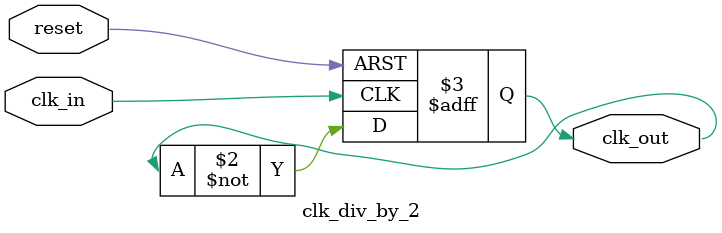
<source format=v>
`timescale 1ns / 1ps
module clk_div_by_2 (
    input clk_in,
    input reset,
    output reg clk_out
);
    always @(posedge clk_in or posedge reset) begin
        if (reset)
            clk_out <= 0;
        else
            clk_out <= ~clk_out; // Toggle output on each clock edge
    end
endmodule
</source>
